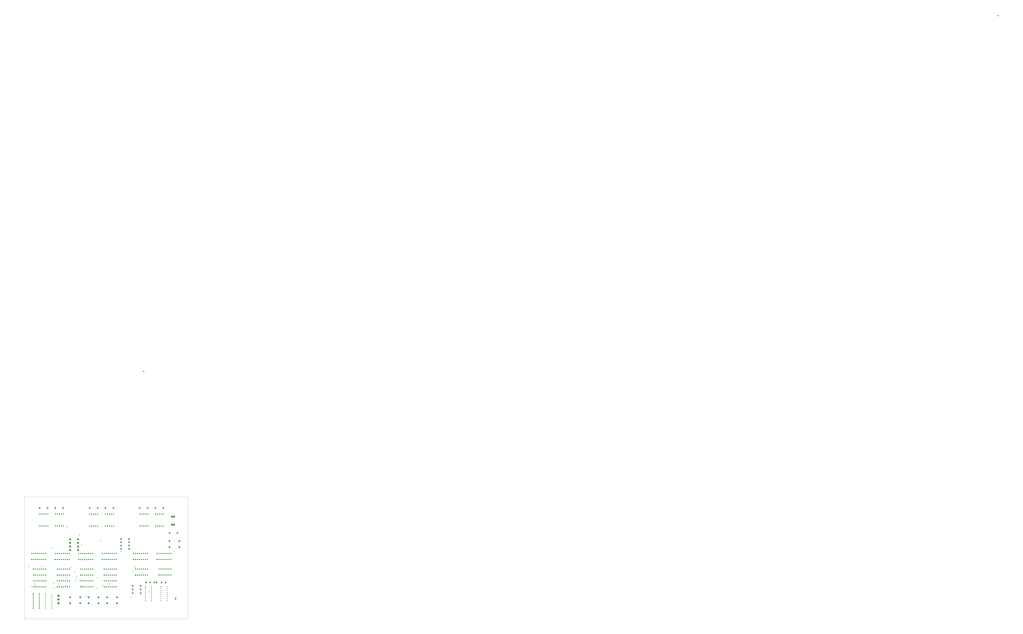
<source format=gbr>
G04 PROTEUS GERBER X2 FILE*
%TF.GenerationSoftware,Labcenter,Proteus,8.11-SP0-Build30052*%
%TF.CreationDate,2021-11-27T06:41:44+00:00*%
%TF.FileFunction,Soldermask,Top*%
%TF.FilePolarity,Negative*%
%TF.Part,Single*%
%TF.SameCoordinates,{e397242e-da90-49e6-b63e-a6f9376aac74}*%
%FSLAX45Y45*%
%MOMM*%
G01*
%TA.AperFunction,Material*%
%ADD30C,1.016000*%
%ADD31C,1.524000*%
%TA.AperFunction,Material*%
%ADD32C,1.500000*%
%AMPPAD027*
4,1,36,
-0.635000,0.762000,
0.635000,0.762000,
0.660970,0.759470,
0.684980,0.752200,
0.706580,0.740650,
0.725290,0.725290,
0.740650,0.706570,
0.752200,0.684980,
0.759470,0.660970,
0.762000,0.635000,
0.762000,-0.635000,
0.759470,-0.660970,
0.752200,-0.684980,
0.740650,-0.706570,
0.725290,-0.725290,
0.706580,-0.740650,
0.684980,-0.752200,
0.660970,-0.759470,
0.635000,-0.762000,
-0.635000,-0.762000,
-0.660970,-0.759470,
-0.684980,-0.752200,
-0.706580,-0.740650,
-0.725290,-0.725290,
-0.740650,-0.706570,
-0.752200,-0.684980,
-0.759470,-0.660970,
-0.762000,-0.635000,
-0.762000,0.635000,
-0.759470,0.660970,
-0.752200,0.684980,
-0.740650,0.706570,
-0.725290,0.725290,
-0.706580,0.740650,
-0.684980,0.752200,
-0.660970,0.759470,
-0.635000,0.762000,
0*%
%TA.AperFunction,Material*%
%ADD33PPAD027*%
%AMPPAD028*
4,1,4,
-0.590000,0.590000,
0.590000,0.590000,
0.590000,-0.590000,
-0.590000,-0.590000,
-0.590000,0.590000,
0*%
%TA.AperFunction,Material*%
%ADD34PPAD028*%
%ADD35C,1.180000*%
%AMPPAD030*
4,1,4,
-0.565000,0.565000,
0.565000,0.565000,
0.565000,-0.565000,
-0.565000,-0.565000,
-0.565000,0.565000,
0*%
%ADD36PPAD030*%
%ADD37C,1.130000*%
%TA.AperFunction,Material*%
%ADD38C,2.250000*%
%AMPPAD033*
4,1,36,
0.762000,0.635000,
0.762000,-0.635000,
0.759470,-0.660970,
0.752200,-0.684980,
0.740650,-0.706580,
0.725290,-0.725290,
0.706570,-0.740650,
0.684980,-0.752200,
0.660970,-0.759470,
0.635000,-0.762000,
-0.635000,-0.762000,
-0.660970,-0.759470,
-0.684980,-0.752200,
-0.706570,-0.740650,
-0.725290,-0.725290,
-0.740650,-0.706580,
-0.752200,-0.684980,
-0.759470,-0.660970,
-0.762000,-0.635000,
-0.762000,0.635000,
-0.759470,0.660970,
-0.752200,0.684980,
-0.740650,0.706580,
-0.725290,0.725290,
-0.706570,0.740650,
-0.684980,0.752200,
-0.660970,0.759470,
-0.635000,0.762000,
0.635000,0.762000,
0.660970,0.759470,
0.684980,0.752200,
0.706570,0.740650,
0.725290,0.725290,
0.740650,0.706580,
0.752200,0.684980,
0.759470,0.660970,
0.762000,0.635000,
0*%
%TA.AperFunction,Material*%
%ADD39PPAD033*%
%AMPPAD034*
4,1,36,
-1.016000,1.143000,
1.016000,1.143000,
1.041970,1.140470,
1.065980,1.133200,
1.087580,1.121650,
1.106290,1.106290,
1.121650,1.087570,
1.133200,1.065980,
1.140470,1.041970,
1.143000,1.016000,
1.143000,-1.016000,
1.140470,-1.041970,
1.133200,-1.065980,
1.121650,-1.087570,
1.106290,-1.106290,
1.087580,-1.121650,
1.065980,-1.133200,
1.041970,-1.140470,
1.016000,-1.143000,
-1.016000,-1.143000,
-1.041970,-1.140470,
-1.065980,-1.133200,
-1.087580,-1.121650,
-1.106290,-1.106290,
-1.121650,-1.087570,
-1.133200,-1.065980,
-1.140470,-1.041970,
-1.143000,-1.016000,
-1.143000,1.016000,
-1.140470,1.041970,
-1.133200,1.065980,
-1.121650,1.087570,
-1.106290,1.106290,
-1.087580,1.121650,
-1.065980,1.133200,
-1.041970,1.140470,
-1.016000,1.143000,
0*%
%TA.AperFunction,Material*%
%ADD40PPAD034*%
%ADD41C,2.032000*%
%ADD42C,2.540000*%
%ADD43C,1.651000*%
%TA.AperFunction,Material*%
%ADD44C,2.780000*%
%TA.AperFunction,Profile*%
%ADD26C,0.203200*%
%TD.AperFunction*%
D30*
X-11493500Y+24701500D03*
X-8763000Y+27686000D03*
X-5143500Y+28321000D03*
X-12827000Y+26606500D03*
X-12001500Y+31242000D03*
X-14478000Y+27241500D03*
X-8509000Y+26225500D03*
X-14986000Y+26225500D03*
X-9588500Y+31750000D03*
X-12001500Y+26035000D03*
X-14097000Y+26035000D03*
X-13398500Y+28321000D03*
X-13970000Y+26987500D03*
X-12700000Y+26987500D03*
X-12700000Y+27241500D03*
X-12255500Y+26733500D03*
X-15621000Y+26289000D03*
X-17907000Y+26035000D03*
X-12954000Y+27749500D03*
X-13906500Y+33528000D03*
X-18288000Y+28257500D03*
X-9334500Y+26098500D03*
X-14478000Y+25717500D03*
X-15557500Y+25717500D03*
X-15811500Y+30797500D03*
X-12509500Y+30797500D03*
X-12319000Y+32512000D03*
X-4254500Y+27622500D03*
X-5270500Y+28448000D03*
X-5524500Y+27876500D03*
X-3400000Y+25250000D03*
X-5750000Y+24532000D03*
X-10049500Y+25700000D03*
X-10049500Y+27050000D03*
X-18050000Y+26250000D03*
X-18400000Y+25900000D03*
X-6990000Y+30400000D03*
X-226000Y+30400000D03*
X-18800000Y+28500000D03*
X-17100000Y+28500000D03*
D31*
X+105150000Y+98840000D03*
D32*
X-2590000Y+33640000D03*
X-2336000Y+33640000D03*
X-2082000Y+33640000D03*
X-1828000Y+33640000D03*
X-1574000Y+33640000D03*
X-1574000Y+35164000D03*
X-1828000Y+35164000D03*
X-2082000Y+35164000D03*
X-2336000Y+35164000D03*
X-2590000Y+35164000D03*
X-4590000Y+33650000D03*
X-4336000Y+33650000D03*
X-4082000Y+33650000D03*
X-3828000Y+33650000D03*
X-3574000Y+33650000D03*
X-3574000Y+35174000D03*
X-3828000Y+35174000D03*
X-4082000Y+35174000D03*
X-4336000Y+35174000D03*
X-4590000Y+35174000D03*
X-8990000Y+33640000D03*
X-8736000Y+33640000D03*
X-8482000Y+33640000D03*
X-8228000Y+33640000D03*
X-7974000Y+33640000D03*
X-7974000Y+35164000D03*
X-8228000Y+35164000D03*
X-8482000Y+35164000D03*
X-8736000Y+35164000D03*
X-8990000Y+35164000D03*
X-11000000Y+33640000D03*
X-10746000Y+33640000D03*
X-10492000Y+33640000D03*
X-10238000Y+33640000D03*
X-9984000Y+33640000D03*
X-9984000Y+35164000D03*
X-10238000Y+35164000D03*
X-10492000Y+35164000D03*
X-10746000Y+35164000D03*
X-11000000Y+35164000D03*
X-15380000Y+33660000D03*
X-15126000Y+33660000D03*
X-14872000Y+33660000D03*
X-14618000Y+33660000D03*
X-14364000Y+33660000D03*
X-14364000Y+35184000D03*
X-14618000Y+35184000D03*
X-14872000Y+35184000D03*
X-15126000Y+35184000D03*
X-15380000Y+35184000D03*
X-17380000Y+33650000D03*
X-17126000Y+33650000D03*
X-16872000Y+33650000D03*
X-16618000Y+33650000D03*
X-16364000Y+33650000D03*
X-16364000Y+35174000D03*
X-16618000Y+35174000D03*
X-16872000Y+35174000D03*
X-17126000Y+35174000D03*
X-17380000Y+35174000D03*
D33*
X-2150000Y+27390000D03*
D31*
X-1896000Y+27390000D03*
X-1642000Y+27390000D03*
X-1388000Y+27390000D03*
X-1134000Y+27390000D03*
X-880000Y+27390000D03*
X-626000Y+27390000D03*
X-626000Y+28152000D03*
X-880000Y+28152000D03*
X-1134000Y+28152000D03*
X-1388000Y+28152000D03*
X-1642000Y+28152000D03*
X-1896000Y+28152000D03*
X-2150000Y+28152000D03*
D33*
X-2390000Y+29380000D03*
D31*
X-2136000Y+29380000D03*
X-1882000Y+29380000D03*
X-1628000Y+29380000D03*
X-1374000Y+29380000D03*
X-1120000Y+29380000D03*
X-866000Y+29380000D03*
X-612000Y+29380000D03*
X-612000Y+30142000D03*
X-866000Y+30142000D03*
X-1120000Y+30142000D03*
X-1374000Y+30142000D03*
X-1628000Y+30142000D03*
X-1882000Y+30142000D03*
X-2136000Y+30142000D03*
X-2390000Y+30142000D03*
D33*
X-5140000Y+27380000D03*
D31*
X-4886000Y+27380000D03*
X-4632000Y+27380000D03*
X-4378000Y+27380000D03*
X-4124000Y+27380000D03*
X-3870000Y+27380000D03*
X-3616000Y+27380000D03*
X-3616000Y+28142000D03*
X-3870000Y+28142000D03*
X-4124000Y+28142000D03*
X-4378000Y+28142000D03*
X-4632000Y+28142000D03*
X-4886000Y+28142000D03*
X-5140000Y+28142000D03*
D33*
X-5400000Y+29380000D03*
D31*
X-5146000Y+29380000D03*
X-4892000Y+29380000D03*
X-4638000Y+29380000D03*
X-4384000Y+29380000D03*
X-4130000Y+29380000D03*
X-3876000Y+29380000D03*
X-3622000Y+29380000D03*
X-3622000Y+30142000D03*
X-3876000Y+30142000D03*
X-4130000Y+30142000D03*
X-4384000Y+30142000D03*
X-4638000Y+30142000D03*
X-4892000Y+30142000D03*
X-5146000Y+30142000D03*
X-5400000Y+30142000D03*
D33*
X-9140000Y+27380000D03*
D31*
X-8886000Y+27380000D03*
X-8632000Y+27380000D03*
X-8378000Y+27380000D03*
X-8124000Y+27380000D03*
X-7870000Y+27380000D03*
X-7616000Y+27380000D03*
X-7616000Y+28142000D03*
X-7870000Y+28142000D03*
X-8124000Y+28142000D03*
X-8378000Y+28142000D03*
X-8632000Y+28142000D03*
X-8886000Y+28142000D03*
X-9140000Y+28142000D03*
D33*
X-9400000Y+29380000D03*
D31*
X-9146000Y+29380000D03*
X-8892000Y+29380000D03*
X-8638000Y+29380000D03*
X-8384000Y+29380000D03*
X-8130000Y+29380000D03*
X-7876000Y+29380000D03*
X-7622000Y+29380000D03*
X-7622000Y+30142000D03*
X-7876000Y+30142000D03*
X-8130000Y+30142000D03*
X-8384000Y+30142000D03*
X-8638000Y+30142000D03*
X-8892000Y+30142000D03*
X-9146000Y+30142000D03*
X-9400000Y+30142000D03*
D33*
X-12140000Y+27380000D03*
D31*
X-11886000Y+27380000D03*
X-11632000Y+27380000D03*
X-11378000Y+27380000D03*
X-11124000Y+27380000D03*
X-10870000Y+27380000D03*
X-10616000Y+27380000D03*
X-10616000Y+28142000D03*
X-10870000Y+28142000D03*
X-11124000Y+28142000D03*
X-11378000Y+28142000D03*
X-11632000Y+28142000D03*
X-11886000Y+28142000D03*
X-12140000Y+28142000D03*
D33*
X-12400000Y+29370000D03*
D31*
X-12146000Y+29370000D03*
X-11892000Y+29370000D03*
X-11638000Y+29370000D03*
X-11384000Y+29370000D03*
X-11130000Y+29370000D03*
X-10876000Y+29370000D03*
X-10622000Y+29370000D03*
X-10622000Y+30132000D03*
X-10876000Y+30132000D03*
X-11130000Y+30132000D03*
X-11384000Y+30132000D03*
X-11638000Y+30132000D03*
X-11892000Y+30132000D03*
X-12146000Y+30132000D03*
X-12400000Y+30132000D03*
D33*
X-15130000Y+27380000D03*
D31*
X-14876000Y+27380000D03*
X-14622000Y+27380000D03*
X-14368000Y+27380000D03*
X-14114000Y+27380000D03*
X-13860000Y+27380000D03*
X-13606000Y+27380000D03*
X-13606000Y+28142000D03*
X-13860000Y+28142000D03*
X-14114000Y+28142000D03*
X-14368000Y+28142000D03*
X-14622000Y+28142000D03*
X-14876000Y+28142000D03*
X-15130000Y+28142000D03*
D33*
X-15400000Y+29380000D03*
D31*
X-15146000Y+29380000D03*
X-14892000Y+29380000D03*
X-14638000Y+29380000D03*
X-14384000Y+29380000D03*
X-14130000Y+29380000D03*
X-13876000Y+29380000D03*
X-13622000Y+29380000D03*
X-13622000Y+30142000D03*
X-13876000Y+30142000D03*
X-14130000Y+30142000D03*
X-14384000Y+30142000D03*
X-14638000Y+30142000D03*
X-14892000Y+30142000D03*
X-15146000Y+30142000D03*
X-15400000Y+30142000D03*
D33*
X-18140000Y+27380000D03*
D31*
X-17886000Y+27380000D03*
X-17632000Y+27380000D03*
X-17378000Y+27380000D03*
X-17124000Y+27380000D03*
X-16870000Y+27380000D03*
X-16616000Y+27380000D03*
X-16616000Y+28142000D03*
X-16870000Y+28142000D03*
X-17124000Y+28142000D03*
X-17378000Y+28142000D03*
X-17632000Y+28142000D03*
X-17886000Y+28142000D03*
X-18140000Y+28142000D03*
D33*
X-18400000Y+29380000D03*
D31*
X-18146000Y+29380000D03*
X-17892000Y+29380000D03*
X-17638000Y+29380000D03*
X-17384000Y+29380000D03*
X-17130000Y+29380000D03*
X-16876000Y+29380000D03*
X-16622000Y+29380000D03*
X-16622000Y+30142000D03*
X-16876000Y+30142000D03*
X-17130000Y+30142000D03*
X-17384000Y+30142000D03*
X-17638000Y+30142000D03*
X-17892000Y+30142000D03*
X-18146000Y+30142000D03*
X-18400000Y+30142000D03*
D33*
X-18140000Y+25880000D03*
D31*
X-17886000Y+25880000D03*
X-17632000Y+25880000D03*
X-17378000Y+25880000D03*
X-17124000Y+25880000D03*
X-16870000Y+25880000D03*
X-16616000Y+25880000D03*
X-16616000Y+26642000D03*
X-16870000Y+26642000D03*
X-17124000Y+26642000D03*
X-17378000Y+26642000D03*
X-17632000Y+26642000D03*
X-17886000Y+26642000D03*
X-18140000Y+26642000D03*
D33*
X-9140000Y+25880000D03*
D31*
X-8886000Y+25880000D03*
X-8632000Y+25880000D03*
X-8378000Y+25880000D03*
X-8124000Y+25880000D03*
X-7870000Y+25880000D03*
X-7616000Y+25880000D03*
X-7616000Y+26642000D03*
X-7870000Y+26642000D03*
X-8124000Y+26642000D03*
X-8378000Y+26642000D03*
X-8632000Y+26642000D03*
X-8886000Y+26642000D03*
X-9140000Y+26642000D03*
D33*
X-15130000Y+25880000D03*
D31*
X-14876000Y+25880000D03*
X-14622000Y+25880000D03*
X-14368000Y+25880000D03*
X-14114000Y+25880000D03*
X-13860000Y+25880000D03*
X-13606000Y+25880000D03*
X-13606000Y+26642000D03*
X-13860000Y+26642000D03*
X-14114000Y+26642000D03*
X-14368000Y+26642000D03*
X-14622000Y+26642000D03*
X-14876000Y+26642000D03*
X-15130000Y+26642000D03*
D33*
X-12140000Y+25880000D03*
D31*
X-11886000Y+25880000D03*
X-11632000Y+25880000D03*
X-11378000Y+25880000D03*
X-11124000Y+25880000D03*
X-10870000Y+25880000D03*
X-10616000Y+25880000D03*
X-10616000Y+26642000D03*
X-10870000Y+26642000D03*
X-11124000Y+26642000D03*
X-11378000Y+26642000D03*
X-11632000Y+26642000D03*
X-11886000Y+26642000D03*
X-12140000Y+26642000D03*
D34*
X-3883700Y+25869000D03*
D35*
X-3883700Y+25615000D03*
X-3883700Y+25361000D03*
X-3883700Y+25107000D03*
X-3883700Y+24853000D03*
X-3883700Y+24599000D03*
X-3883700Y+24345000D03*
X-3883700Y+24091000D03*
X-3096300Y+24091000D03*
X-3096300Y+24345000D03*
X-3096300Y+24599000D03*
X-3096300Y+24853000D03*
X-3096300Y+25107000D03*
X-3096300Y+25361000D03*
X-3096300Y+25615000D03*
X-3096300Y+25869000D03*
D36*
X-1887000Y+25879000D03*
D37*
X-1887000Y+25625000D03*
X-1887000Y+25371000D03*
X-1887000Y+25117000D03*
X-1887000Y+24863000D03*
X-1887000Y+24609000D03*
X-1887000Y+24355000D03*
X-1887000Y+24101000D03*
X-1093000Y+24101000D03*
X-1093000Y+24355000D03*
X-1093000Y+24609000D03*
X-1093000Y+24863000D03*
X-1093000Y+25117000D03*
X-1093000Y+25371000D03*
X-1093000Y+25625000D03*
X-1093000Y+25879000D03*
D38*
X-8780000Y+23770000D03*
X-7510000Y+23770000D03*
X-7510000Y+24532000D03*
X-8780000Y+24532000D03*
X-11150000Y+23770000D03*
X-9880000Y+23770000D03*
X-9880000Y+24532000D03*
X-11150000Y+24532000D03*
X-13490000Y+23780000D03*
X-12220000Y+23780000D03*
X-12220000Y+24542000D03*
X-13490000Y+24542000D03*
D39*
X-18210000Y+24950000D03*
D31*
X-18210000Y+24696000D03*
X-18210000Y+24442000D03*
X-18210000Y+24188000D03*
X-18210000Y+23934000D03*
X-18210000Y+23680000D03*
X-18210000Y+23426000D03*
X-18210000Y+23172000D03*
X-17448000Y+23172000D03*
X-17448000Y+23426000D03*
X-17448000Y+23680000D03*
X-17448000Y+23934000D03*
X-17448000Y+24188000D03*
X-17448000Y+24442000D03*
X-17448000Y+24696000D03*
X-17448000Y+24950000D03*
D36*
X-16647000Y+24929000D03*
D37*
X-16647000Y+24675000D03*
X-16647000Y+24421000D03*
X-16647000Y+24167000D03*
X-16647000Y+23913000D03*
X-16647000Y+23659000D03*
X-16647000Y+23405000D03*
X-16647000Y+23151000D03*
X-15853000Y+23151000D03*
X-15853000Y+23405000D03*
X-15853000Y+23659000D03*
X-15853000Y+23913000D03*
X-15853000Y+24167000D03*
X-15853000Y+24421000D03*
X-15853000Y+24675000D03*
X-15853000Y+24929000D03*
D40*
X-470000Y+34840000D03*
X-216000Y+34840000D03*
X-480000Y+33810000D03*
X-226000Y+33810000D03*
D38*
X-810000Y+30950000D03*
X+460000Y+30950000D03*
X+460000Y+31712000D03*
X-810000Y+31712000D03*
D41*
X-5510000Y+26000000D03*
X-4494000Y+26000000D03*
X-5510000Y+25550000D03*
X-4494000Y+25550000D03*
X-5510000Y+25070000D03*
X-4494000Y+25070000D03*
X-3780000Y+26440000D03*
X-3272000Y+26440000D03*
X-1820000Y+26430000D03*
X-1312000Y+26430000D03*
X-2600000Y+35940000D03*
X-1584000Y+35940000D03*
X-17400000Y+35940000D03*
X-16384000Y+35940000D03*
X-11000000Y+35940000D03*
X-9984000Y+35940000D03*
D42*
X-12494000Y+31940000D03*
X-13510000Y+31940000D03*
X-12494000Y+31490000D03*
X-13510000Y+31490000D03*
X-12494000Y+31030000D03*
X-13510000Y+31030000D03*
X-12494000Y+30560000D03*
X-13510000Y+30560000D03*
D41*
X-15410000Y+35944000D03*
X-14394000Y+35944000D03*
X-9000000Y+35944000D03*
X-7984000Y+35944000D03*
X-4610000Y+35940000D03*
X-3594000Y+35940000D03*
X-800000Y+32760000D03*
X+216000Y+32760000D03*
D43*
X-20000Y+24290000D03*
X-20000Y+24490000D03*
D41*
X-7000000Y+32000000D03*
X-5984000Y+32000000D03*
X-7000000Y+31580000D03*
X-5984000Y+31580000D03*
X-7000000Y+31150000D03*
X-5984000Y+31150000D03*
X-6990000Y+30740000D03*
X-5974000Y+30740000D03*
D44*
X-14990000Y+24730000D03*
X-14990000Y+24260000D03*
X-14990000Y+23790000D03*
D31*
X-4100000Y+53400000D03*
D41*
X-2450000Y+26450000D03*
X-2750000Y+26450000D03*
D26*
X-19350000Y+21790000D02*
X+1550000Y+21790000D01*
X+1550000Y+37360000D01*
X-19350000Y+37360000D01*
X-19350000Y+21790000D01*
M02*

</source>
